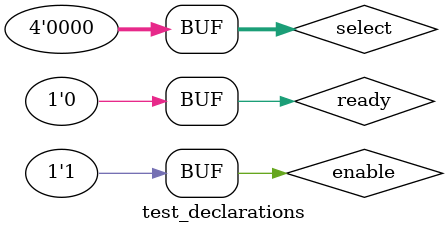
<source format=v>
module test_declarations;


// Test 1: Wire declarations - unaligned semicolons
wire        a            ;
wire  [7:0] data         ;
wire [31:0] long_data_bus;
wire        clk          ;

// Test 2: Reg declarations - unaligned semicolons
reg         valid        ;
reg  [15:0] counter      ;
reg   [7:0] state        ;
reg         done         ;

// Test 3: Mixed wire declarations with initialization - unaligned
wire       enable = 1'b1;
wire [3:0] select = 4'h0;
wire       ready  = 1'b0;

// Test 4: Multi-bit declarations - unaligned
wire [31:0] addr              ;
wire [63:0] data_wide         ;
wire  [7:0] byte_val          ;
wire        single            ;

// Test 5: Declarations with comments - unaligned
wire        clk               ; // Clock signal
wire        rst_n             ; // Active low reset
wire  [7:0] data_bus          ; // 8-bit data
wire        valid             ; // Valid flag

// Test 6: Multiple declarations on one line
wire        a, b, c           ;
reg   [7:0] x, y, z           ;

// Test 7: Signed declarations
wire signed [15:0] signed_data;
reg  signed  [7:0] signed_reg ;

// Test 8: Declarations with packed and unpacked dimensions
wire  [7:0] mem [0:255]       ;
reg  [31:0] registers [0:15]  ;

endmodule

</source>
